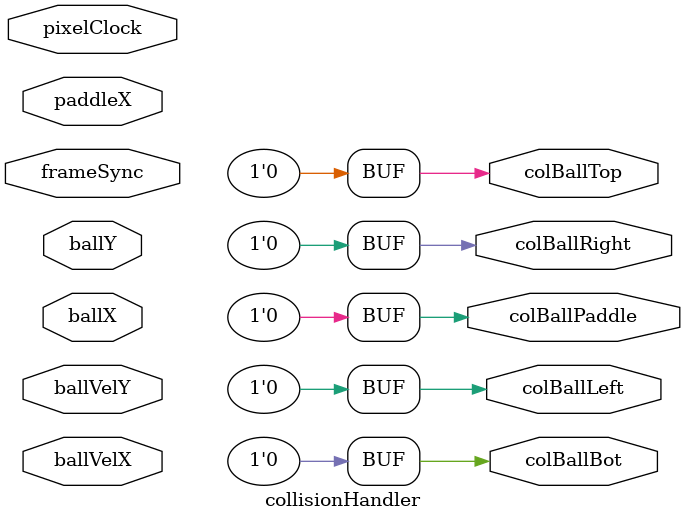
<source format=v>
`timescale 1ns / 1ps


module collisionHandler(
    input pixelClock,   
    input frameSync,
    
    input paddleX,
    
    input ballX,
    input ballY,
    input ballVelX,
    input ballVelY,
        
    output reg colBallLeft = 0,  
    output reg colBallRight = 0, 
    output reg colBallTop = 0,   
    output reg colBallBot = 0,   
    output reg colBallPaddle = 0    
    );
endmodule

</source>
